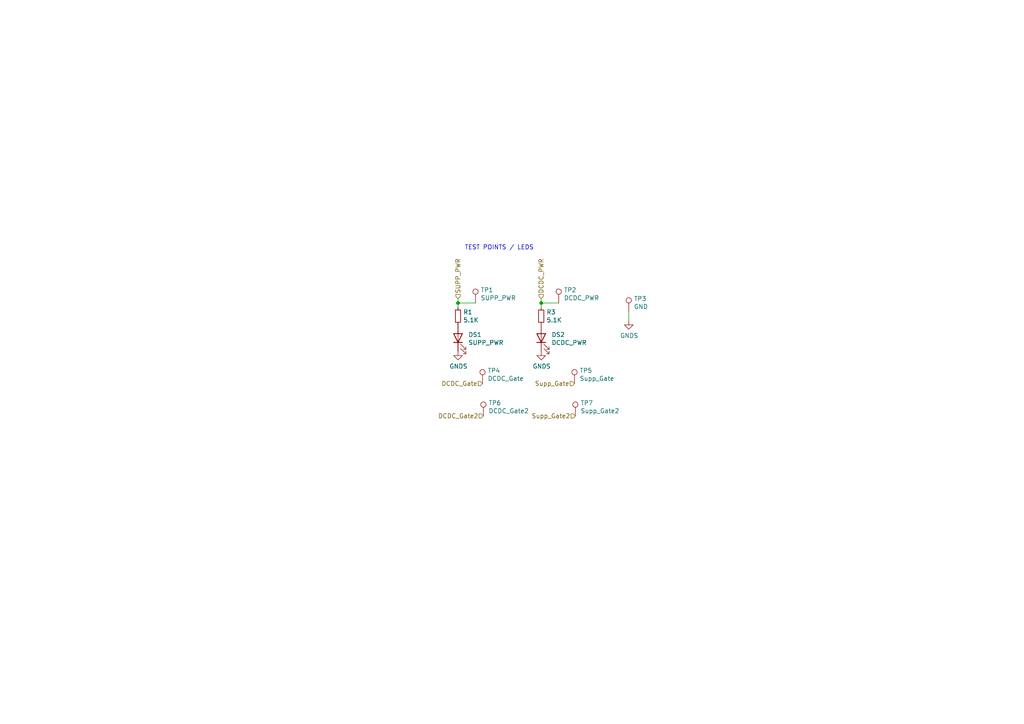
<source format=kicad_sch>
(kicad_sch (version 20231120) (generator "eeschema") (generator_version "8.0")
  (paper "A4")
  (lib_symbols
    (symbol "Connector:TestPoint" (pin_numbers hide) (pin_names (offset 0.762) hide)
      (property "Reference" "TP" (at 0 6.858 0))
      (property "Value" "TestPoint" (at 0 5.08 0))
      (symbol "TestPoint_0_1"
        (circle (center 0 3.302) (radius 0.762))
      )
      (symbol "TestPoint_1_1"
        (pin passive line (at 0 0 90) (length 2.54) (name "1") (number "1"))
      )
    )
    (symbol "Device:LED" (pin_numbers hide) (pin_names (offset 1.016) hide)
      (property "Reference" "D" (at 0 2.54 0))
      (property "Value" "LED" (at 0 -2.54 0))
      (symbol "LED_0_1"
        (polyline (pts (xy -1.27 -1.27) (xy -1.27 1.27)) (stroke (width 0.254)))
        (polyline (pts (xy -1.27 0) (xy 1.27 0)))
        (polyline (pts (xy 1.27 -1.27) (xy 1.27 1.27) (xy -1.27 0) (xy 1.27 -1.27)) (stroke (width 0.254)))
        (polyline (pts (xy -3.048 -0.762) (xy -4.572 -2.286) (xy -3.81 -2.286) (xy -4.572 -2.286) (xy -4.572 -1.524)))
        (polyline (pts (xy -1.778 -0.762) (xy -3.302 -2.286) (xy -2.54 -2.286) (xy -3.302 -2.286) (xy -3.302 -1.524)))
      )
      (symbol "LED_1_1"
        (pin passive line (at -3.81 0 0) (length 2.54) (name "K") (number "1"))
        (pin passive line (at 3.81 0 180) (length 2.54) (name "A") (number "2"))
      )
    )
    (symbol "Device:R_Small" (pin_numbers hide) (pin_names (offset 0.254) hide)
      (property "Reference" "R" (at 0.762 0.508 0))
      (property "Value" "R_Small" (at 0.762 -1.016 0))
      (symbol "R_Small_0_1"
        (rectangle (start -0.762 1.778) (end 0.762 -1.778) (stroke (width 0.2032)))
      )
      (symbol "R_Small_1_1"
        (pin passive line (at 0 2.54 270) (length 0.762) (name "~") (number "1"))
        (pin passive line (at 0 -2.54 90) (length 0.762) (name "~") (number "2"))
      )
    )
    (symbol "power:GNDS" (power) (pin_names (offset 0))
      (property "Value" "GNDS" (at 0 -3.81 0))
      (symbol "GNDS_0_1"
        (polyline (pts (xy 0 0) (xy 0 -1.27) (xy 1.27 -1.27) (xy 0 -2.54) (xy -1.27 -1.27) (xy 0 -1.27)))
      )
      (symbol "GNDS_1_1"
        (pin power_in line (at 0 0 270) (length 0) hide (name "GNDS") (number "1"))
      )
    )
  )
  (junction (at 156.972 87.884))
  (junction (at 132.842 87.884))
  (wire (pts (xy 156.972 87.884) (xy 162.052 87.884)))
  (wire (pts (xy 156.972 87.884) (xy 156.972 89.154)))
  (wire (pts (xy 132.842 87.884) (xy 137.922 87.884)))
  (wire (pts (xy 182.372 92.964) (xy 182.372 90.424)))
  (wire (pts (xy 132.842 86.614) (xy 132.842 87.884)))
  (wire (pts (xy 132.842 87.884) (xy 132.842 89.154)))
  (wire (pts (xy 156.972 86.614) (xy 156.972 87.884)))
  (text "TEST POINTS / LEDS" (at 134.747 72.644 0) (effects (font (size 1.27 1.27)) (justify left bottom)))
  (hierarchical_label "SUPP_PWR" (shape input) (at 132.842 86.614 90))
  (hierarchical_label "Supp_Gate" (shape input) (at 166.624 111.252 180))
  (hierarchical_label "Supp_Gate2" (shape input) (at 166.878 120.65 180))
  (hierarchical_label "DCDC_PWR" (shape input) (at 156.972 86.614 90))
  (hierarchical_label "DCDC_Gate" (shape input) (at 139.954 111.252 180))
  (hierarchical_label "DCDC_Gate2" (shape input) (at 140.208 120.65 180))
  (symbol (lib_id "Device:LED") (at 156.972 98.044 90) (unit 1)
    (property "Reference" "DS2" (at 159.9438 97.0788 90) (effects (justify right)))
    (property "Value" "DCDC_PWR" (at 159.9438 99.3902 90) (effects (justify right)))
    (property "Footprint" "Diode_SMD:D_0805_2012Metric" (effects (hide yes)))
    (property "Datasheet" "https://www.mouser.com/datasheet/2/216/APTD2012LCGCK-1102037.pdf" (effects (hide yes)))
    (property "Sim.Device" "D" (effects (hide yes)))
    (property "Sim.Pins" "1=A 2=K" (effects (hide yes)))
  )
  (symbol (lib_id "Device:LED") (at 132.842 98.044 90) (unit 1)
    (property "Reference" "DS1" (at 135.8138 97.0788 90) (effects (justify right)))
    (property "Value" "SUPP_PWR" (at 135.8138 99.3902 90) (effects (justify right)))
    (property "Footprint" "Diode_SMD:D_0805_2012Metric" (effects (hide yes)))
    (property "Datasheet" "https://www.mouser.com/datasheet/2/216/APTD2012LCGCK-1102037.pdf" (effects (hide yes)))
    (property "Sim.Device" "D" (effects (hide yes)))
    (property "Sim.Pins" "1=A 2=K" (effects (hide yes)))
  )
  (symbol (lib_id "Device:R_Small") (at 156.972 91.694 0) (unit 1)
    (property "Reference" "R3" (at 158.4706 90.5256 0) (effects (justify left)))
    (property "Value" "5.1K" (at 158.4706 92.837 0) (effects (justify left)))
    (property "Footprint" "Resistor_SMD:R_0805_2012Metric" (effects (hide yes)))
    (property "Datasheet" "https://www.vishay.com/docs/20035/dcrcwe3.pdf" (effects (hide yes)))
  )
  (symbol (lib_id "Connector:TestPoint") (at 182.372 90.424 0) (unit 1)
    (property "Reference" "TP3" (at 183.8452 87.376 0) (effects (justify left bottom)))
    (property "Value" "GND" (at 183.8452 89.6874 0) (effects (justify left bottom)))
    (property "Footprint" "TestPoint:TestPoint_Pad_2.0x2.0mm" (effects (hide yes)))
    (property "Sim.Device" "SPICE" (effects (hide yes)))
  )
  (symbol (lib_id "Connector:TestPoint") (at 139.954 111.252 0) (unit 1)
    (property "Reference" "TP4" (at 141.4272 108.204 0) (effects (justify left bottom)))
    (property "Value" "DCDC_Gate" (at 141.4272 110.5154 0) (effects (justify left bottom)))
    (property "Footprint" "TestPoint:TestPoint_Pad_2.0x2.0mm" (effects (hide yes)))
    (property "Sim.Device" "SPICE" (effects (hide yes)))
  )
  (symbol (lib_id "Connector:TestPoint") (at 166.624 111.252 0) (unit 1)
    (property "Reference" "TP5" (at 168.0972 108.204 0) (effects (justify left bottom)))
    (property "Value" "Supp_Gate" (at 168.0972 110.5154 0) (effects (justify left bottom)))
    (property "Footprint" "TestPoint:TestPoint_Pad_2.0x2.0mm" (effects (hide yes)))
    (property "Sim.Device" "SPICE" (effects (hide yes)))
  )
  (symbol (lib_id "Connector:TestPoint") (at 140.208 120.65 0) (unit 1)
    (property "Reference" "TP6" (at 141.6812 117.602 0) (effects (justify left bottom)))
    (property "Value" "DCDC_Gate2" (at 141.6812 119.9134 0) (effects (justify left bottom)))
    (property "Footprint" "TestPoint:TestPoint_Pad_2.0x2.0mm" (effects (hide yes)))
    (property "Sim.Device" "SPICE" (effects (hide yes)))
  )
  (symbol (lib_id "Connector:TestPoint") (at 137.922 87.884 0) (unit 1)
    (property "Reference" "TP1" (at 139.3952 84.836 0) (effects (justify left bottom)))
    (property "Value" "SUPP_PWR" (at 139.3952 87.1474 0) (effects (justify left bottom)))
    (property "Footprint" "TestPoint:TestPoint_Pad_2.0x2.0mm" (effects (hide yes)))
    (property "Sim.Device" "SPICE" (effects (hide yes)))
  )
  (symbol (lib_id "Connector:TestPoint") (at 166.878 120.65 0) (unit 1)
    (property "Reference" "TP7" (at 168.3512 117.602 0) (effects (justify left bottom)))
    (property "Value" "Supp_Gate2" (at 168.3512 119.9134 0) (effects (justify left bottom)))
    (property "Footprint" "TestPoint:TestPoint_Pad_2.0x2.0mm" (effects (hide yes)))
    (property "Sim.Device" "SPICE" (effects (hide yes)))
  )
  (symbol (lib_id "Connector:TestPoint") (at 162.052 87.884 0) (unit 1)
    (property "Reference" "TP2" (at 163.5252 84.836 0) (effects (justify left bottom)))
    (property "Value" "DCDC_PWR" (at 163.5252 87.1474 0) (effects (justify left bottom)))
    (property "Footprint" "TestPoint:TestPoint_Pad_2.0x2.0mm" (effects (hide yes)))
    (property "Sim.Device" "SPICE" (effects (hide yes)))
  )
  (symbol (lib_id "power:GNDS") (at 182.372 92.964 0) (unit 1)
    (property "Reference" "#PWR05" (effects (hide yes)))
    (property "Value" "GNDS" (at 182.499 97.3582 0))
    (property "Sim.Device" "V" (effects (hide yes)))
    (property "Sim.Type" "DC" (effects (hide yes)))
    (property "Sim.Pins" "1=+" (effects (hide yes)))
    (property "Sim.Params" "dc=\"\"" (effects (hide yes)))
  )
  (symbol (lib_id "power:GNDS") (at 156.972 101.854 0) (unit 1)
    (property "Reference" "#PWR07" (effects (hide yes)))
    (property "Value" "GNDS" (at 157.099 106.2482 0))
    (property "Sim.Device" "SPICE" (effects (hide yes)))
  )
  (symbol (lib_id "Device:R_Small") (at 132.842 91.694 0) (unit 1)
    (property "Reference" "R1" (at 134.3406 90.5256 0) (effects (justify left)))
    (property "Value" "5.1K" (at 134.3406 92.837 0) (effects (justify left)))
    (property "Footprint" "Resistor_SMD:R_0805_2012Metric" (effects (hide yes)))
    (property "Datasheet" "https://www.vishay.com/docs/20035/dcrcwe3.pdf" (effects (hide yes)))
  )
  (symbol (lib_id "power:GNDS") (at 132.842 101.854 0) (unit 1)
    (property "Reference" "#PWR06" (effects (hide yes)))
    (property "Value" "GNDS" (at 132.969 106.2482 0))
    (property "Sim.Device" "V" (effects (hide yes)))
    (property "Sim.Type" "DC" (effects (hide yes)))
    (property "Sim.Pins" "1=+" (effects (hide yes)))
    (property "Sim.Params" "dc=\"\"" (effects (hide yes)))
  )
)
</source>
